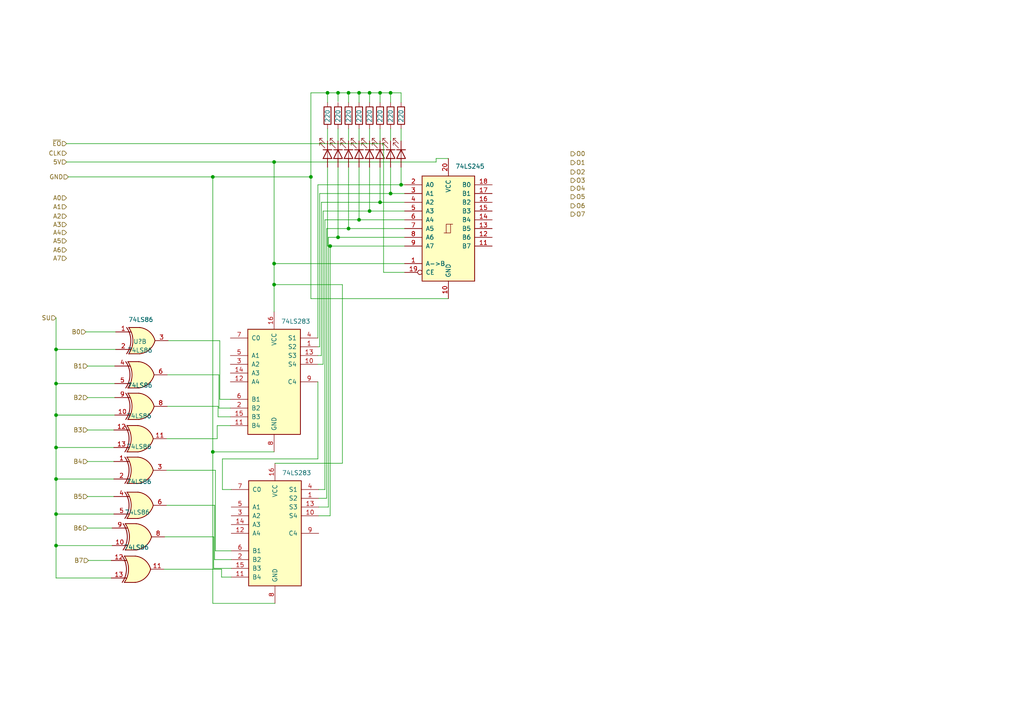
<source format=kicad_sch>
(kicad_sch (version 20211123) (generator eeschema)
  (paper "A4")
  (lib_symbols
    (symbol "74xx:74LS245" (pin_names (offset 1.016))
      (property "Reference" "U" (at -7.62 16.51 0))
      (property "Value" "74LS245" (at -7.62 -16.51 0))
      (symbol "74LS245_1_0"
        (polyline (pts (xy -0.635 -1.27) (xy -0.635 1.27) (xy 0.635 1.27)))
        (polyline (pts (xy -1.27 -1.27) (xy 0.635 -1.27) (xy 0.635 1.27) (xy 1.27 1.27)))
        (pin input line (at -12.7 -10.16 0) (length 5.08) (name "A->B") (number "1"))
        (pin power_in line (at 0 -20.32 90) (length 5.08) (name "GND") (number "10"))
        (pin tri_state line (at 12.7 -5.08 180) (length 5.08) (name "B7") (number "11"))
        (pin tri_state line (at 12.7 -2.54 180) (length 5.08) (name "B6") (number "12"))
        (pin tri_state line (at 12.7 0 180) (length 5.08) (name "B5") (number "13"))
        (pin tri_state line (at 12.7 2.54 180) (length 5.08) (name "B4") (number "14"))
        (pin tri_state line (at 12.7 5.08 180) (length 5.08) (name "B3") (number "15"))
        (pin tri_state line (at 12.7 7.62 180) (length 5.08) (name "B2") (number "16"))
        (pin tri_state line (at 12.7 10.16 180) (length 5.08) (name "B1") (number "17"))
        (pin tri_state line (at 12.7 12.7 180) (length 5.08) (name "B0") (number "18"))
        (pin input inverted (at -12.7 -12.7 0) (length 5.08) (name "CE") (number "19"))
        (pin tri_state line (at -12.7 12.7 0) (length 5.08) (name "A0") (number "2"))
        (pin power_in line (at 0 20.32 270) (length 5.08) (name "VCC") (number "20"))
        (pin tri_state line (at -12.7 10.16 0) (length 5.08) (name "A1") (number "3"))
        (pin tri_state line (at -12.7 7.62 0) (length 5.08) (name "A2") (number "4"))
        (pin tri_state line (at -12.7 5.08 0) (length 5.08) (name "A3") (number "5"))
        (pin tri_state line (at -12.7 2.54 0) (length 5.08) (name "A4") (number "6"))
        (pin tri_state line (at -12.7 0 0) (length 5.08) (name "A5") (number "7"))
        (pin tri_state line (at -12.7 -2.54 0) (length 5.08) (name "A6") (number "8"))
        (pin tri_state line (at -12.7 -5.08 0) (length 5.08) (name "A7") (number "9"))
      )
      (symbol "74LS245_1_1"
        (rectangle (start -7.62 15.24) (end 7.62 -15.24) (stroke (width 0.254)) (fill (type background)))
      )
    )
    (symbol "74xx:74LS283" (pin_names (offset 1.016))
      (property "Reference" "U" (at -7.62 16.51 0))
      (property "Value" "74LS283" (at -7.62 -16.51 0))
      (symbol "74LS283_1_0"
        (pin output line (at 12.7 10.16 180) (length 5.08) (name "S2") (number "1"))
        (pin output line (at 12.7 5.08 180) (length 5.08) (name "S4") (number "10"))
        (pin input line (at -12.7 -12.7 0) (length 5.08) (name "B4") (number "11"))
        (pin input line (at -12.7 0 0) (length 5.08) (name "A4") (number "12"))
        (pin output line (at 12.7 7.62 180) (length 5.08) (name "S3") (number "13"))
        (pin input line (at -12.7 2.54 0) (length 5.08) (name "A3") (number "14"))
        (pin input line (at -12.7 -10.16 0) (length 5.08) (name "B3") (number "15"))
        (pin power_in line (at 0 20.32 270) (length 5.08) (name "VCC") (number "16"))
        (pin input line (at -12.7 -7.62 0) (length 5.08) (name "B2") (number "2"))
        (pin input line (at -12.7 5.08 0) (length 5.08) (name "A2") (number "3"))
        (pin output line (at 12.7 12.7 180) (length 5.08) (name "S1") (number "4"))
        (pin input line (at -12.7 7.62 0) (length 5.08) (name "A1") (number "5"))
        (pin input line (at -12.7 -5.08 0) (length 5.08) (name "B1") (number "6"))
        (pin input line (at -12.7 12.7 0) (length 5.08) (name "C0") (number "7"))
        (pin power_in line (at 0 -20.32 90) (length 5.08) (name "GND") (number "8"))
        (pin output line (at 12.7 0 180) (length 5.08) (name "C4") (number "9"))
      )
      (symbol "74LS283_1_1"
        (rectangle (start -7.62 15.24) (end 7.62 -15.24) (stroke (width 0.254)) (fill (type background)))
      )
    )
    (symbol "74xx:74LS86" (pin_names (offset 1.016))
      (property "Reference" "U" (at 0 1.27 0))
      (property "Value" "74LS86" (at 0 -1.27 0))
      (symbol "74LS86_1_0"
        (arc (start -4.4196 -3.81) (mid -3.2033 0) (end -4.4196 3.81) (stroke (width 0.254)))
        (arc (start -3.81 -3.81) (mid -2.589 0) (end -3.81 3.81) (stroke (width 0.254)))
        (arc (start -0.6096 -3.81) (mid 2.1855 -2.584) (end 3.81 0) (stroke (width 0.254)) (fill (type background)))
        (polyline (pts (xy -3.81 -3.81) (xy -0.635 -3.81)) (stroke (width 0.254)) (fill (type background)))
        (polyline (pts (xy -3.81 3.81) (xy -0.635 3.81)) (stroke (width 0.254)) (fill (type background)))
        (polyline (pts (xy -0.635 3.81) (xy -3.81 3.81) (xy -3.81 3.81) (xy -3.556 3.4036) (xy -3.0226 2.2606) (xy -2.6924 1.0414) (xy -2.6162 -0.254) (xy -2.7686 -1.4986) (xy -3.175 -2.7178) (xy -3.81 -3.81) (xy -3.81 -3.81) (xy -0.635 -3.81)) (stroke (width -25.4)) (fill (type background)))
        (arc (start 3.81 0) (mid 2.1928 2.5925) (end -0.6096 3.81) (stroke (width 0.254)) (fill (type background)))
        (pin input line (at -7.62 2.54 0) (length 4.445) (name "~") (number "1"))
        (pin input line (at -7.62 -2.54 0) (length 4.445) (name "~") (number "2"))
        (pin output line (at 7.62 0 180) (length 3.81) (name "~") (number "3"))
      )
      (symbol "74LS86_1_1"
        (polyline (pts (xy -3.81 -2.54) (xy -3.175 -2.54)) (stroke (width 0.1524)))
        (polyline (pts (xy -3.81 2.54) (xy -3.175 2.54)) (stroke (width 0.1524)))
      )
      (symbol "74LS86_2_0"
        (arc (start -4.4196 -3.81) (mid -3.2033 0) (end -4.4196 3.81) (stroke (width 0.254)))
        (arc (start -3.81 -3.81) (mid -2.589 0) (end -3.81 3.81) (stroke (width 0.254)))
        (arc (start -0.6096 -3.81) (mid 2.1855 -2.584) (end 3.81 0) (stroke (width 0.254)) (fill (type background)))
        (polyline (pts (xy -3.81 -3.81) (xy -0.635 -3.81)) (stroke (width 0.254)) (fill (type background)))
        (polyline (pts (xy -3.81 3.81) (xy -0.635 3.81)) (stroke (width 0.254)) (fill (type background)))
        (polyline (pts (xy -0.635 3.81) (xy -3.81 3.81) (xy -3.81 3.81) (xy -3.556 3.4036) (xy -3.0226 2.2606) (xy -2.6924 1.0414) (xy -2.6162 -0.254) (xy -2.7686 -1.4986) (xy -3.175 -2.7178) (xy -3.81 -3.81) (xy -3.81 -3.81) (xy -0.635 -3.81)) (stroke (width -25.4)) (fill (type background)))
        (arc (start 3.81 0) (mid 2.1928 2.5925) (end -0.6096 3.81) (stroke (width 0.254)) (fill (type background)))
        (pin input line (at -7.62 2.54 0) (length 4.445) (name "~") (number "4"))
        (pin input line (at -7.62 -2.54 0) (length 4.445) (name "~") (number "5"))
        (pin output line (at 7.62 0 180) (length 3.81) (name "~") (number "6"))
      )
      (symbol "74LS86_2_1"
        (polyline (pts (xy -3.81 -2.54) (xy -3.175 -2.54)) (stroke (width 0.1524)))
        (polyline (pts (xy -3.81 2.54) (xy -3.175 2.54)) (stroke (width 0.1524)))
      )
      (symbol "74LS86_3_0"
        (arc (start -4.4196 -3.81) (mid -3.2033 0) (end -4.4196 3.81) (stroke (width 0.254)))
        (arc (start -3.81 -3.81) (mid -2.589 0) (end -3.81 3.81) (stroke (width 0.254)))
        (arc (start -0.6096 -3.81) (mid 2.1855 -2.584) (end 3.81 0) (stroke (width 0.254)) (fill (type background)))
        (polyline (pts (xy -3.81 -3.81) (xy -0.635 -3.81)) (stroke (width 0.254)) (fill (type background)))
        (polyline (pts (xy -3.81 3.81) (xy -0.635 3.81)) (stroke (width 0.254)) (fill (type background)))
        (polyline (pts (xy -0.635 3.81) (xy -3.81 3.81) (xy -3.81 3.81) (xy -3.556 3.4036) (xy -3.0226 2.2606) (xy -2.6924 1.0414) (xy -2.6162 -0.254) (xy -2.7686 -1.4986) (xy -3.175 -2.7178) (xy -3.81 -3.81) (xy -3.81 -3.81) (xy -0.635 -3.81)) (stroke (width -25.4)) (fill (type background)))
        (arc (start 3.81 0) (mid 2.1928 2.5925) (end -0.6096 3.81) (stroke (width 0.254)) (fill (type background)))
        (pin input line (at -7.62 -2.54 0) (length 4.445) (name "~") (number "10"))
        (pin output line (at 7.62 0 180) (length 3.81) (name "~") (number "8"))
        (pin input line (at -7.62 2.54 0) (length 4.445) (name "~") (number "9"))
      )
      (symbol "74LS86_3_1"
        (polyline (pts (xy -3.81 -2.54) (xy -3.175 -2.54)) (stroke (width 0.1524)))
        (polyline (pts (xy -3.81 2.54) (xy -3.175 2.54)) (stroke (width 0.1524)))
      )
      (symbol "74LS86_4_0"
        (arc (start -4.4196 -3.81) (mid -3.2033 0) (end -4.4196 3.81) (stroke (width 0.254)))
        (arc (start -3.81 -3.81) (mid -2.589 0) (end -3.81 3.81) (stroke (width 0.254)))
        (arc (start -0.6096 -3.81) (mid 2.1855 -2.584) (end 3.81 0) (stroke (width 0.254)) (fill (type background)))
        (polyline (pts (xy -3.81 -3.81) (xy -0.635 -3.81)) (stroke (width 0.254)) (fill (type background)))
        (polyline (pts (xy -3.81 3.81) (xy -0.635 3.81)) (stroke (width 0.254)) (fill (type background)))
        (polyline (pts (xy -0.635 3.81) (xy -3.81 3.81) (xy -3.81 3.81) (xy -3.556 3.4036) (xy -3.0226 2.2606) (xy -2.6924 1.0414) (xy -2.6162 -0.254) (xy -2.7686 -1.4986) (xy -3.175 -2.7178) (xy -3.81 -3.81) (xy -3.81 -3.81) (xy -0.635 -3.81)) (stroke (width -25.4)) (fill (type background)))
        (arc (start 3.81 0) (mid 2.1928 2.5925) (end -0.6096 3.81) (stroke (width 0.254)) (fill (type background)))
        (pin output line (at 7.62 0 180) (length 3.81) (name "~") (number "11"))
        (pin input line (at -7.62 2.54 0) (length 4.445) (name "~") (number "12"))
        (pin input line (at -7.62 -2.54 0) (length 4.445) (name "~") (number "13"))
      )
      (symbol "74LS86_4_1"
        (polyline (pts (xy -3.81 -2.54) (xy -3.175 -2.54)) (stroke (width 0.1524)))
        (polyline (pts (xy -3.81 2.54) (xy -3.175 2.54)) (stroke (width 0.1524)))
      )
      (symbol "74LS86_5_0"
        (pin power_in line (at 0 12.7 270) (length 5.08) (name "VCC") (number "14"))
        (pin power_in line (at 0 -12.7 90) (length 5.08) (name "GND") (number "7"))
      )
      (symbol "74LS86_5_1"
        (rectangle (start -5.08 7.62) (end 5.08 -7.62) (stroke (width 0.254)) (fill (type background)))
      )
    )
    (symbol "Device:LED" (pin_numbers hide) (pin_names (offset 1.016) hide)
      (property "Reference" "D" (at 0 2.54 0))
      (property "Value" "LED" (at 0 -2.54 0))
      (symbol "LED_0_1"
        (polyline (pts (xy -1.27 -1.27) (xy -1.27 1.27)) (stroke (width 0.254)))
        (polyline (pts (xy -1.27 0) (xy 1.27 0)))
        (polyline (pts (xy 1.27 -1.27) (xy 1.27 1.27) (xy -1.27 0) (xy 1.27 -1.27)) (stroke (width 0.254)))
        (polyline (pts (xy -3.048 -0.762) (xy -4.572 -2.286) (xy -3.81 -2.286) (xy -4.572 -2.286) (xy -4.572 -1.524)))
        (polyline (pts (xy -1.778 -0.762) (xy -3.302 -2.286) (xy -2.54 -2.286) (xy -3.302 -2.286) (xy -3.302 -1.524)))
      )
      (symbol "LED_1_1"
        (pin passive line (at -3.81 0 0) (length 2.54) (name "K") (number "1"))
        (pin passive line (at 3.81 0 180) (length 2.54) (name "A") (number "2"))
      )
    )
    (symbol "Device:R" (pin_numbers hide) (pin_names (offset 0))
      (property "Reference" "R" (at 2.032 0 90))
      (property "Value" "R" (at 0 0 90))
      (symbol "R_0_1"
        (rectangle (start -1.016 -2.54) (end 1.016 2.54) (stroke (width 0.254)))
      )
      (symbol "R_1_1"
        (pin passive line (at 0 3.81 270) (length 1.27) (name "~") (number "1"))
        (pin passive line (at 0 -3.81 90) (length 1.27) (name "~") (number "2"))
      )
    )
  )
  (junction (at 16.256 149.098))
  (junction (at 107.188 26.924))
  (junction (at 98.044 26.924))
  (junction (at 110.236 58.674))
  (junction (at 16.256 138.938))
  (junction (at 79.502 76.454))
  (junction (at 16.256 111.252))
  (junction (at 95.758 71.374))
  (junction (at 94.996 26.924))
  (junction (at 61.722 51.308))
  (junction (at 104.14 26.924))
  (junction (at 101.092 66.294))
  (junction (at 16.256 120.396))
  (junction (at 101.092 26.924))
  (junction (at 113.284 56.134))
  (junction (at 61.722 131.064))
  (junction (at 107.188 61.214))
  (junction (at 113.284 26.924))
  (junction (at 90.17 51.308))
  (junction (at 116.332 53.594))
  (junction (at 79.502 82.55))
  (junction (at 16.256 158.242))
  (junction (at 79.502 46.99))
  (junction (at 110.236 26.924))
  (junction (at 104.14 63.754))
  (junction (at 16.256 101.346))
  (junction (at 98.044 68.834))
  (junction (at 16.256 129.794))
  (wire (pts (xy 92.456 149.606) (xy 95.758 149.606)))
  (wire (pts (xy 101.092 40.894) (xy 101.092 37.338)))
  (wire (pts (xy 107.188 61.214) (xy 117.348 61.214)))
  (wire (pts (xy 116.332 26.924) (xy 116.332 29.718)))
  (wire (pts (xy 62.992 123.444) (xy 66.802 123.444)))
  (wire (pts (xy 101.092 66.294) (xy 94.742 66.294)))
  (wire (pts (xy 107.188 48.514) (xy 107.188 61.214)))
  (wire (pts (xy 110.236 48.514) (xy 110.236 58.674)))
  (wire (pts (xy 113.284 26.924) (xy 113.284 29.718)))
  (wire (pts (xy 117.348 68.834) (xy 98.044 68.834)))
  (wire (pts (xy 94.996 40.894) (xy 94.996 37.338)))
  (wire (pts (xy 94.996 71.374) (xy 95.758 71.374)))
  (wire (pts (xy 16.256 138.938) (xy 33.02 138.938)))
  (wire (pts (xy 92.202 133.096) (xy 64.516 133.096)))
  (wire (pts (xy 92.202 105.664) (xy 93.726 105.664)))
  (wire (pts (xy 61.722 131.064) (xy 79.502 131.064)))
  (wire (pts (xy 92.202 53.594) (xy 116.332 53.594)))
  (wire (pts (xy 48.768 98.806) (xy 63.754 98.806)))
  (wire (pts (xy 61.722 175.006) (xy 79.756 175.006)))
  (wire (pts (xy 93.218 58.674) (xy 110.236 58.674)))
  (wire (pts (xy 90.17 26.924) (xy 94.996 26.924)))
  (wire (pts (xy 63.754 115.824) (xy 66.802 115.824)))
  (wire (pts (xy 110.236 58.674) (xy 117.348 58.674)))
  (wire (pts (xy 64.262 165.1) (xy 64.262 167.386)))
  (wire (pts (xy 19.304 41.656) (xy 111.252 41.656)))
  (wire (pts (xy 92.202 103.124) (xy 93.218 103.124)))
  (wire (pts (xy 62.992 127.254) (xy 62.992 123.444)))
  (wire (pts (xy 48.26 127.254) (xy 62.992 127.254)))
  (wire (pts (xy 92.202 98.044) (xy 92.202 53.594)))
  (wire (pts (xy 16.256 101.346) (xy 33.528 101.346)))
  (wire (pts (xy 16.256 158.242) (xy 16.256 149.098)))
  (wire (pts (xy 19.812 51.308) (xy 61.722 51.308)))
  (wire (pts (xy 16.256 138.938) (xy 16.256 149.098)))
  (wire (pts (xy 90.17 51.308) (xy 61.722 51.308)))
  (wire (pts (xy 90.17 86.614) (xy 90.17 51.308)))
  (wire (pts (xy 94.742 66.294) (xy 94.742 144.526)))
  (wire (pts (xy 16.256 120.396) (xy 16.256 129.794)))
  (wire (pts (xy 113.284 26.924) (xy 116.332 26.924)))
  (wire (pts (xy 16.256 111.252) (xy 16.256 120.396)))
  (wire (pts (xy 111.252 41.656) (xy 111.252 78.994)))
  (wire (pts (xy 25.4 115.316) (xy 33.274 115.316)))
  (wire (pts (xy 117.348 71.374) (xy 95.758 71.374)))
  (wire (pts (xy 90.17 51.308) (xy 90.17 26.924)))
  (wire (pts (xy 98.044 40.894) (xy 98.044 37.338)))
  (wire (pts (xy 48.26 136.398) (xy 62.484 136.398)))
  (wire (pts (xy 48.514 117.856) (xy 63.246 117.856)))
  (wire (pts (xy 64.516 133.096) (xy 64.516 141.986)))
  (wire (pts (xy 61.722 131.064) (xy 61.722 175.006)))
  (wire (pts (xy 62.484 136.398) (xy 62.484 159.766)))
  (wire (pts (xy 92.456 141.986) (xy 94.234 141.986)))
  (wire (pts (xy 116.332 53.594) (xy 117.348 53.594)))
  (wire (pts (xy 101.092 26.924) (xy 101.092 29.718)))
  (wire (pts (xy 107.188 26.924) (xy 110.236 26.924)))
  (wire (pts (xy 93.726 61.214) (xy 107.188 61.214)))
  (wire (pts (xy 95.25 147.066) (xy 92.456 147.066)))
  (wire (pts (xy 79.502 46.99) (xy 126.492 46.99)))
  (wire (pts (xy 25.654 162.56) (xy 32.258 162.56)))
  (wire (pts (xy 126.492 45.974) (xy 130.048 45.974)))
  (wire (pts (xy 111.252 78.994) (xy 117.348 78.994)))
  (wire (pts (xy 126.492 46.99) (xy 126.492 45.974)))
  (wire (pts (xy 98.044 48.514) (xy 98.044 68.834)))
  (wire (pts (xy 94.234 63.754) (xy 104.14 63.754)))
  (wire (pts (xy 110.236 26.924) (xy 113.284 26.924)))
  (wire (pts (xy 95.25 68.834) (xy 95.25 147.066)))
  (wire (pts (xy 25.4 124.714) (xy 33.02 124.714)))
  (wire (pts (xy 116.332 48.514) (xy 116.332 53.594)))
  (wire (pts (xy 94.996 26.924) (xy 94.996 29.718)))
  (wire (pts (xy 61.976 155.702) (xy 47.752 155.702)))
  (wire (pts (xy 99.314 134.366) (xy 79.756 134.366)))
  (wire (pts (xy 25.4 106.172) (xy 33.274 106.172)))
  (wire (pts (xy 104.14 26.924) (xy 107.188 26.924)))
  (wire (pts (xy 32.512 158.242) (xy 16.256 158.242)))
  (wire (pts (xy 110.236 26.924) (xy 110.236 29.718)))
  (wire (pts (xy 93.218 103.124) (xy 93.218 58.674)))
  (wire (pts (xy 92.71 100.584) (xy 92.71 56.134)))
  (wire (pts (xy 113.284 48.514) (xy 113.284 56.134)))
  (wire (pts (xy 48.514 108.712) (xy 63.5 108.712)))
  (wire (pts (xy 62.23 162.306) (xy 67.056 162.306)))
  (wire (pts (xy 63.246 120.904) (xy 66.802 120.904)))
  (wire (pts (xy 16.256 158.242) (xy 16.256 167.64)))
  (wire (pts (xy 94.996 48.514) (xy 94.996 71.374)))
  (wire (pts (xy 92.71 56.134) (xy 113.284 56.134)))
  (wire (pts (xy 61.722 51.308) (xy 61.722 131.064)))
  (wire (pts (xy 116.332 40.894) (xy 116.332 37.338)))
  (wire (pts (xy 47.498 165.1) (xy 64.262 165.1)))
  (wire (pts (xy 48.26 146.558) (xy 62.23 146.558)))
  (wire (pts (xy 117.348 66.294) (xy 101.092 66.294)))
  (wire (pts (xy 25.4 144.018) (xy 33.02 144.018)))
  (wire (pts (xy 62.23 146.558) (xy 62.23 162.306)))
  (wire (pts (xy 107.188 40.894) (xy 107.188 37.338)))
  (wire (pts (xy 16.256 129.794) (xy 16.256 138.938)))
  (wire (pts (xy 16.256 111.252) (xy 33.274 111.252)))
  (wire (pts (xy 104.14 48.514) (xy 104.14 63.754)))
  (wire (pts (xy 92.202 110.744) (xy 92.202 133.096)))
  (wire (pts (xy 130.048 86.614) (xy 90.17 86.614)))
  (wire (pts (xy 94.996 26.924) (xy 98.044 26.924)))
  (wire (pts (xy 63.754 98.806) (xy 63.754 115.824)))
  (wire (pts (xy 16.256 92.202) (xy 16.256 101.346)))
  (wire (pts (xy 16.256 167.64) (xy 32.258 167.64)))
  (wire (pts (xy 16.256 149.098) (xy 33.02 149.098)))
  (wire (pts (xy 95.758 71.374) (xy 95.758 149.606)))
  (wire (pts (xy 79.502 76.454) (xy 79.502 82.55)))
  (wire (pts (xy 117.348 76.454) (xy 79.502 76.454)))
  (wire (pts (xy 101.092 26.924) (xy 104.14 26.924)))
  (wire (pts (xy 113.284 56.134) (xy 117.348 56.134)))
  (wire (pts (xy 107.188 26.924) (xy 107.188 29.718)))
  (wire (pts (xy 63.5 108.712) (xy 63.5 118.364)))
  (wire (pts (xy 61.976 164.846) (xy 61.976 155.702)))
  (wire (pts (xy 63.5 118.364) (xy 66.802 118.364)))
  (wire (pts (xy 104.14 26.924) (xy 104.14 29.718)))
  (wire (pts (xy 62.484 159.766) (xy 67.056 159.766)))
  (wire (pts (xy 19.304 46.99) (xy 79.502 46.99)))
  (wire (pts (xy 104.14 63.754) (xy 117.348 63.754)))
  (wire (pts (xy 94.742 144.526) (xy 92.456 144.526)))
  (wire (pts (xy 25.4 133.858) (xy 33.02 133.858)))
  (wire (pts (xy 16.256 120.396) (xy 33.274 120.396)))
  (wire (pts (xy 92.202 100.584) (xy 92.71 100.584)))
  (wire (pts (xy 64.262 167.386) (xy 67.056 167.386)))
  (wire (pts (xy 113.284 40.894) (xy 113.284 37.338)))
  (wire (pts (xy 98.044 26.924) (xy 98.044 29.464)))
  (wire (pts (xy 16.256 129.794) (xy 33.02 129.794)))
  (wire (pts (xy 24.892 96.266) (xy 33.528 96.266)))
  (wire (pts (xy 93.726 105.664) (xy 93.726 61.214)))
  (wire (pts (xy 79.502 82.55) (xy 79.502 90.424)))
  (wire (pts (xy 25.4 153.162) (xy 32.512 153.162)))
  (wire (pts (xy 79.502 82.55) (xy 99.314 82.55)))
  (wire (pts (xy 67.056 164.846) (xy 61.976 164.846)))
  (wire (pts (xy 104.14 40.894) (xy 104.14 37.338)))
  (wire (pts (xy 98.044 68.834) (xy 95.25 68.834)))
  (wire (pts (xy 16.256 101.346) (xy 16.256 111.252)))
  (wire (pts (xy 98.044 26.924) (xy 101.092 26.924)))
  (wire (pts (xy 101.092 48.514) (xy 101.092 66.294)))
  (wire (pts (xy 110.236 40.894) (xy 110.236 37.338)))
  (wire (pts (xy 79.502 46.99) (xy 79.502 76.454)))
  (wire (pts (xy 99.314 82.55) (xy 99.314 134.366)))
  (wire (pts (xy 94.234 141.986) (xy 94.234 63.754)))
  (wire (pts (xy 64.516 141.986) (xy 67.056 141.986)))
  (wire (pts (xy 63.246 117.856) (xy 63.246 120.904)))
  (hierarchical_label "B6" (shape input) (at 25.4 153.162 180))
  (hierarchical_label "B2" (shape input) (at 25.4 115.316 180))
  (hierarchical_label "CLK" (shape input) (at 19.304 44.45 180))
  (hierarchical_label "A3" (shape input) (at 19.304 65.1365 180))
  (hierarchical_label "O7" (shape output) (at 165.608 62.1138 0))
  (hierarchical_label "A2" (shape input) (at 19.304 62.7154 180))
  (hierarchical_label "GND" (shape input) (at 19.812 51.308 180))
  (hierarchical_label "A6" (shape input) (at 19.304 72.5052 180))
  (hierarchical_label "A5" (shape input) (at 19.304 69.8735 180))
  (hierarchical_label "O0" (shape output) (at 165.608 44.5915 0))
  (hierarchical_label "B0" (shape input) (at 24.892 96.266 180))
  (hierarchical_label "SU" (shape input) (at 16.256 92.202 180))
  (hierarchical_label "B1" (shape input) (at 25.4 106.172 180))
  (hierarchical_label "O3" (shape output) (at 165.608 52.324 0))
  (hierarchical_label "O5" (shape output) (at 165.608 57.061 0))
  (hierarchical_label "~{EO}" (shape input) (at 19.304 41.656 180))
  (hierarchical_label "O4" (shape output) (at 165.608 54.6399 0))
  (hierarchical_label "B3" (shape input) (at 25.4 124.714 180))
  (hierarchical_label "O1" (shape output) (at 165.608 47.166 0))
  (hierarchical_label "A0" (shape input) (at 19.304 57.404 180))
  (hierarchical_label "O6" (shape output) (at 165.608 59.6927 0))
  (hierarchical_label "A7" (shape input) (at 19.304 74.9263 180))
  (hierarchical_label "B5" (shape input) (at 25.4 144.018 180))
  (hierarchical_label "A4" (shape input) (at 19.304 67.4524 180))
  (hierarchical_label "B4" (shape input) (at 25.4 133.858 180))
  (hierarchical_label "O2" (shape output) (at 165.608 49.9029 0))
  (hierarchical_label "A1" (shape input) (at 19.304 59.9785 180))
  (hierarchical_label "5V" (shape input) (at 19.304 46.99 180))
  (hierarchical_label "B7" (shape input) (at 25.654 162.56 180))
  (symbol (lib_id "74xx:74LS86") (at 40.894 108.712 0) (unit 2)
    (property "Reference" "U?" (at 40.5892 99.06 0))
    (property "Value" "74LS86" (at 40.5892 101.6 0))
    (property "Datasheet" "74xx/74ls86.pdf" (effects hide))
  )
  (symbol (lib_id "Device:R") (at 116.332 33.528 180) (unit 1)
    (property "Reference" "R?" (effects hide))
    (property "Value" "220" (at 116.332 31.75 90) (effects (justify left)))
  )
  (symbol (lib_id "Device:R") (at 104.14 33.528 180) (unit 1)
    (property "Reference" "R?" (effects hide))
    (property "Value" "220" (at 104.14 31.75 90) (effects (justify left)))
  )
  (symbol (lib_id "Device:R") (at 98.044 33.528 180) (unit 1)
    (property "Reference" "R?" (effects hide))
    (property "Value" "220" (at 98.044 31.75 90) (effects (justify left)))
  )
  (symbol (lib_id "Device:R") (at 110.236 33.528 180) (unit 1)
    (property "Reference" "R?" (effects hide))
    (property "Value" "220" (at 110.236 31.75 90) (effects (justify left)))
  )
  (symbol (lib_id "74xx:74LS86") (at 40.894 117.856 0) (unit 3)
    (property "Reference" "U?" (effects hide))
    (property "Value" "74LS86" (at 40.5892 111.76 0))
    (property "Datasheet" "74xx/74ls86.pdf" (effects hide))
  )
  (symbol (lib_id "Device:R") (at 101.092 33.528 180) (unit 1)
    (property "Reference" "R?" (effects hide))
    (property "Value" "220" (at 101.092 31.75 90) (effects (justify left)))
  )
  (symbol (lib_id "Device:LED") (at 107.188 44.704 270) (unit 1)
    (property "Reference" "D?" (effects hide))
    (property "Value" "Yellow LED" (effects hide))
  )
  (symbol (lib_id "Device:R") (at 107.188 33.528 180) (unit 1)
    (property "Reference" "R?" (effects hide))
    (property "Value" "220" (at 107.188 31.75 90) (effects (justify left)))
  )
  (symbol (lib_id "74xx:74LS86") (at 40.64 136.398 0) (unit 1)
    (property "Reference" "U?" (effects hide))
    (property "Value" "74LS86" (at 40.3352 129.54 0))
    (property "Datasheet" "74xx/74ls86.pdf" (effects hide))
  )
  (symbol (lib_id "74xx:74LS86") (at 40.64 127.254 0) (unit 4)
    (property "Reference" "U?" (effects hide))
    (property "Value" "74LS86" (at 40.3352 120.65 0))
    (property "Datasheet" "74xx/74ls86.pdf" (effects hide))
  )
  (symbol (lib_id "Device:LED") (at 113.284 44.704 270) (unit 1)
    (property "Reference" "D?" (effects hide))
    (property "Value" "Yellow LED" (effects hide))
  )
  (symbol (lib_id "Device:R") (at 94.996 33.528 180) (unit 1)
    (property "Reference" "R?" (effects hide))
    (property "Value" "220" (at 94.996 31.75 90) (effects (justify left)))
  )
  (symbol (lib_id "74xx:74LS283") (at 79.502 110.744 0) (unit 1)
    (property "Reference" "U?" (effects hide))
    (property "Value" "74LS283" (at 81.5214 93.218 0) (effects (justify left)))
    (property "Datasheet" "http://www.ti.com/lit/gpn/sn74LS283" (effects hide))
  )
  (symbol (lib_id "74xx:74LS283") (at 79.756 154.686 0) (unit 1)
    (property "Reference" "U?" (effects hide))
    (property "Value" "74LS283" (at 81.7754 137.16 0) (effects (justify left)))
    (property "Datasheet" "http://www.ti.com/lit/gpn/sn74LS283" (effects hide))
  )
  (symbol (lib_id "74xx:74LS86") (at 40.64 146.558 0) (unit 2)
    (property "Reference" "U?" (effects hide))
    (property "Value" "74LS86" (at 40.3352 139.7 0))
    (property "Datasheet" "74xx/74ls86.pdf" (effects hide))
  )
  (symbol (lib_id "Device:LED") (at 116.332 44.704 270) (unit 1)
    (property "Reference" "D?" (effects hide))
    (property "Value" "Yellow LED" (effects hide))
  )
  (symbol (lib_id "74xx:74LS245") (at 130.048 66.294 0) (unit 1)
    (property "Reference" "U" (effects hide))
    (property "Value" "74LS245" (at 132.0674 48.26 0) (effects (justify left)))
    (property "Datasheet" "http://www.ti.com/lit/gpn/sn74LS245" (effects hide))
  )
  (symbol (lib_id "Device:LED") (at 101.092 44.704 270) (unit 1)
    (property "Reference" "D?" (effects hide))
    (property "Value" "Yellow LED" (effects hide))
  )
  (symbol (lib_id "74xx:74LS86") (at 41.148 98.806 0) (unit 1)
    (property "Reference" "U?" (effects hide))
    (property "Value" "74LS86" (at 40.8432 92.71 0))
    (property "Datasheet" "74xx/74ls86.pdf" (effects hide))
  )
  (symbol (lib_id "74xx:74LS86") (at 39.878 165.1 0) (unit 4)
    (property "Reference" "U?" (effects hide))
    (property "Value" "74LS86" (at 39.5732 158.75 0))
    (property "Datasheet" "74xx/74ls86.pdf" (effects hide))
  )
  (symbol (lib_id "Device:LED") (at 94.996 44.704 270) (unit 1)
    (property "Reference" "D?" (effects hide))
    (property "Value" "Yellow LED" (effects hide))
  )
  (symbol (lib_id "Device:LED") (at 110.236 44.704 270) (unit 1)
    (property "Reference" "D?" (effects hide))
    (property "Value" "Yellow LED" (effects hide))
  )
  (symbol (lib_id "Device:LED") (at 98.044 44.704 270) (unit 1)
    (property "Reference" "D?" (effects hide))
    (property "Value" "Yellow LED" (effects hide))
  )
  (symbol (lib_id "Device:LED") (at 104.14 44.704 270) (unit 1)
    (property "Reference" "D?" (effects hide))
    (property "Value" "Yellow LED" (effects hide))
  )
  (symbol (lib_id "74xx:74LS86") (at 40.132 155.702 0) (unit 3)
    (property "Reference" "U?" (effects hide))
    (property "Value" "74LS86" (at 39.8272 148.59 0))
    (property "Datasheet" "74xx/74ls86.pdf" (effects hide))
  )
  (symbol (lib_id "Device:R") (at 113.284 33.528 180) (unit 1)
    (property "Reference" "R?" (effects hide))
    (property "Value" "220" (at 113.284 31.75 90) (effects (justify left)))
  )
)
</source>
